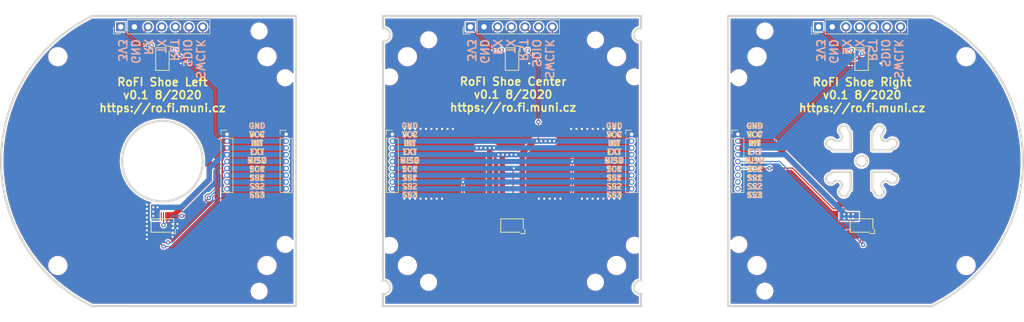
<source format=kicad_pcb>
(kicad_pcb (version 20171130) (host pcbnew 5.1.6-c6e7f7d~87~ubuntu20.04.1)
  (layers (0 F.Cu signal) (31 B.Cu signal) (34 B.Paste user) (35 F.Paste user) (36 B.SilkS user) (37 F.SilkS user) (38 B.Mask user) (39 F.Mask user) (44 Edge.Cuts user))
  (net 0 "")
  (net 1 +3V3)
  (net 2 GND)
  (net 3 VCC)
  (net 4 EXT)
  (net 5 SCK)
  (net 6 INT)
  (net 7 MISO)
  (net 8 SS3)
  (net 9 SS2)
  (net 10 SS1)
  (net 11 SWCLK1)
  (net 12 RX1)
  (net 13 TX1)
  (net 14 SWDIO1)
  (net 15 RST1)
  (net 16 SWCLK2)
  (net 17 RX2)
  (net 18 TX2)
  (net 19 SWDIO2)
  (net 20 RST2)
  (net 21 SWCLK3)
  (net 22 RX3)
  (net 23 TX3)
  (net 24 SWDIO3)
  (net 25 RST3)
  (module rofi:ThreadedHole-M2 (layer F.Cu) (at 97.98 124.23)
    (fp_text reference H19 hide)
    (fp_text value MountingHole)
    (pad "" np_thru_hole circle (at 0 0) (size 1.6 1.6) (drill 1.6) (layers *.Cu *.Mask) (clearance 0.8))
  )
  (module rofi:ThreadedHole-M2 (layer F.Cu) (at 102.83 115.52)
    (fp_text reference H18 hide)
    (fp_text value MountingHole)
    (pad "" np_thru_hole circle (at 0 0) (size 1.6 1.6) (drill 1.6) (layers *.Cu *.Mask) (clearance 0.8))
  )
  (module rofi:ThreadedHole-M2 (layer F.Cu) (at 102.83 84.48)
    (fp_text reference H17 hide)
    (fp_text value MountingHole)
    (pad "" np_thru_hole circle (at 0 0) (size 1.6 1.6) (drill 1.6) (layers *.Cu *.Mask) (clearance 0.8))
  )
  (module rofi:ThreadedHole-M2 (layer F.Cu) (at 97.98 75.78)
    (fp_text reference H16 hide)
    (fp_text value MountingHole)
    (pad "" np_thru_hole circle (at 0 0) (size 1.6 1.6) (drill 1.6) (layers *.Cu *.Mask) (clearance 0.8))
  )
  (module rofi:ThreadedHole-M2 (layer F.Cu) (at 192.02 124.22)
    (fp_text reference H15 hide)
    (fp_text value MountingHole)
    (pad "" np_thru_hole circle (at 0 0) (size 1.6 1.6) (drill 1.6) (layers *.Cu *.Mask) (clearance 0.8))
  )
  (module rofi:ThreadedHole-M2 (layer F.Cu) (at 187.17 115.53)
    (fp_text reference H14 hide)
    (fp_text value MountingHole)
    (pad "" np_thru_hole circle (at 0 0) (size 1.6 1.6) (drill 1.6) (layers *.Cu *.Mask) (clearance 0.8))
  )
  (module rofi:ThreadedHole-M2 (layer F.Cu) (at 187.17 84.48)
    (fp_text reference H13 hide)
    (fp_text value MountingHole)
    (pad "" np_thru_hole circle (at 0 0) (size 1.6 1.6) (drill 1.6) (layers *.Cu *.Mask) (clearance 0.8))
  )
  (module rofi:ThreadedHole-M2 (layer F.Cu) (at 192.02 75.77)
    (fp_text reference H12 hide)
    (fp_text value MountingHole)
    (pad "" np_thru_hole circle (at 0 0) (size 1.6 1.6) (drill 1.6) (layers *.Cu *.Mask) (clearance 0.8))
  )
  (module rofi:ThreadedHole-M2 (layer F.Cu) (at 160.51 77.43)
    (fp_text reference H11 hide)
    (fp_text value MountingHole)
    (pad "" np_thru_hole circle (at 0 0) (size 1.6 1.6) (drill 1.6) (layers *.Cu *.Mask) (clearance 0.8))
  )
  (module rofi:ThreadedHole-M2 (layer F.Cu) (at 167.75 84.32)
    (fp_text reference H10 hide)
    (fp_text value MountingHole)
    (pad "" np_thru_hole circle (at 0 0) (size 1.6 1.6) (drill 1.6) (layers *.Cu *.Mask) (clearance 0.8))
  )
  (module rofi:ThreadedHole-M2 (layer F.Cu) (at 167.75 115.68)
    (fp_text reference H9 hide)
    (fp_text value MountingHole)
    (pad "" np_thru_hole circle (at 0 0) (size 1.6 1.6) (drill 1.6) (layers *.Cu *.Mask) (clearance 0.8))
  )
  (module rofi:ThreadedHole-M2 (layer F.Cu) (at 160.51 122.56)
    (fp_text reference H8 hide)
    (fp_text value MountingHole)
    (pad "" np_thru_hole circle (at 0 0) (size 1.6 1.6) (drill 1.6) (layers *.Cu *.Mask) (clearance 0.8))
  )
  (module rofi:ThreadedHole-M2 (layer F.Cu) (at 129.49 122.57)
    (fp_text reference H7 hide)
    (fp_text value MountingHole)
    (pad "" np_thru_hole circle (at 0 0) (size 1.6 1.6) (drill 1.6) (layers *.Cu *.Mask) (clearance 0.8))
  )
  (module rofi:ThreadedHole-M2 (layer F.Cu) (at 122.24 115.69)
    (fp_text reference H6 hide)
    (fp_text value MountingHole)
    (pad "" np_thru_hole circle (at 0 0) (size 1.6 1.6) (drill 1.6) (layers *.Cu *.Mask) (clearance 0.8))
  )
  (module rofi:ThreadedHole-M2 (layer F.Cu) (at 122.26 84.32)
    (fp_text reference H5 hide)
    (fp_text value MountingHole)
    (pad "" np_thru_hole circle (at 0 0) (size 1.6 1.6) (drill 1.6) (layers *.Cu *.Mask) (clearance 0.8))
  )
  (module rofi:ThreadedHole-M2 (layer F.Cu) (at 129.51 77.41)
    (fp_text reference H4 hide)
    (fp_text value MountingHole)
    (pad "" np_thru_hole circle (at 0 0) (size 1.6 1.6) (drill 1.6) (layers *.Cu *.Mask) (clearance 0.8))
  )
  (module rofi:RoFICoM-MountingHolesThreaded (layer F.Cu) (at 210 100)
    (fp_text reference H3 hide)
    (fp_text value MountingHole)
    (pad "" np_thru_hole circle (at -19.445436 19.445436) (size 1.6 1.6) (drill 1.6) (layers *.Cu *.Mask) (clearance 1))
    (pad "" np_thru_hole circle (at 19.445436 19.445436) (size 1.6 1.6) (drill 1.6) (layers *.Cu *.Mask) (clearance 1))
    (pad "" np_thru_hole circle (at 19.445436 -19.445436) (size 1.6 1.6) (drill 1.6) (layers *.Cu *.Mask) (clearance 1))
    (pad "" np_thru_hole circle (at -19.445436 -19.445436) (size 1.6 1.6) (drill 1.6) (layers *.Cu *.Mask) (clearance 1))
  )
  (module rofi:RoFICoM-MountingHolesThreaded (layer F.Cu) (at 145 100)
    (fp_text reference H2 hide)
    (fp_text value MountingHole)
    (pad "" np_thru_hole circle (at -19.445436 19.445436) (size 1.6 1.6) (drill 1.6) (layers *.Cu *.Mask) (clearance 1))
    (pad "" np_thru_hole circle (at 19.445436 19.445436) (size 1.6 1.6) (drill 1.6) (layers *.Cu *.Mask) (clearance 1))
    (pad "" np_thru_hole circle (at 19.445436 -19.445436) (size 1.6 1.6) (drill 1.6) (layers *.Cu *.Mask) (clearance 1))
    (pad "" np_thru_hole circle (at -19.445436 -19.445436) (size 1.6 1.6) (drill 1.6) (layers *.Cu *.Mask) (clearance 1))
  )
  (module rofi:RoFICoM-MountingHolesThreaded (layer F.Cu) (at 80 100)
    (fp_text reference H1 hide)
    (fp_text value MountingHole)
    (pad "" np_thru_hole circle (at -19.445436 19.445436) (size 1.6 1.6) (drill 1.6) (layers *.Cu *.Mask) (clearance 1))
    (pad "" np_thru_hole circle (at 19.445436 19.445436) (size 1.6 1.6) (drill 1.6) (layers *.Cu *.Mask) (clearance 1))
    (pad "" np_thru_hole circle (at 19.445436 -19.445436) (size 1.6 1.6) (drill 1.6) (layers *.Cu *.Mask) (clearance 1))
    (pad "" np_thru_hole circle (at -19.445436 -19.445436) (size 1.6 1.6) (drill 1.6) (layers *.Cu *.Mask) (clearance 1))
  )
  (module Connector_PinHeader_1.27mm:PinHeader_1x09_P1.27mm_Vertical (layer F.Cu) (at 187 95)
    (fp_text reference J14 hide)
    (fp_text value OUT2)
    (pad 9 thru_hole oval (at 0 10.16) (size 1 1) (drill 0.65) (layers *.Cu *.Mask) (net 8 SS3))
    (pad 8 thru_hole oval (at 0 8.89) (size 1 1) (drill 0.65) (layers *.Cu *.Mask) (net 9 SS2))
    (pad 7 thru_hole oval (at 0 7.62) (size 1 1) (drill 0.65) (layers *.Cu *.Mask) (net 10 SS1))
    (pad 6 thru_hole oval (at 0 6.35) (size 1 1) (drill 0.65) (layers *.Cu *.Mask) (net 5 SCK))
    (pad 5 thru_hole oval (at 0 5.08) (size 1 1) (drill 0.65) (layers *.Cu *.Mask) (net 7 MISO))
    (pad 4 thru_hole oval (at 0 3.81) (size 1 1) (drill 0.65) (layers *.Cu *.Mask) (net 4 EXT))
    (pad 3 thru_hole oval (at 0 2.54) (size 1 1) (drill 0.65) (layers *.Cu *.Mask) (net 6 INT))
    (pad 2 thru_hole oval (at 0 1.27) (size 1 1) (drill 0.65) (layers *.Cu *.Mask) (net 3 VCC))
    (pad 1 thru_hole rect (at 0 0) (size 1 1) (drill 0.65) (layers *.Cu *.Mask) (net 2 GND))
  )
  (module Connector_PinHeader_1.27mm:PinHeader_1x09_P1.27mm_Vertical (layer F.Cu) (at 167.25 95)
    (fp_text reference J13 hide)
    (fp_text value OUT1)
    (pad 9 thru_hole oval (at 0 10.16) (size 1 1) (drill 0.65) (layers *.Cu *.Mask) (net 8 SS3))
    (pad 8 thru_hole oval (at 0 8.89) (size 1 1) (drill 0.65) (layers *.Cu *.Mask) (net 9 SS2))
    (pad 7 thru_hole oval (at 0 7.62) (size 1 1) (drill 0.65) (layers *.Cu *.Mask) (net 10 SS1))
    (pad 6 thru_hole oval (at 0 6.35) (size 1 1) (drill 0.65) (layers *.Cu *.Mask) (net 5 SCK))
    (pad 5 thru_hole oval (at 0 5.08) (size 1 1) (drill 0.65) (layers *.Cu *.Mask) (net 7 MISO))
    (pad 4 thru_hole oval (at 0 3.81) (size 1 1) (drill 0.65) (layers *.Cu *.Mask) (net 4 EXT))
    (pad 3 thru_hole oval (at 0 2.54) (size 1 1) (drill 0.65) (layers *.Cu *.Mask) (net 6 INT))
    (pad 2 thru_hole oval (at 0 1.27) (size 1 1) (drill 0.65) (layers *.Cu *.Mask) (net 3 VCC))
    (pad 1 thru_hole rect (at 0 0) (size 1 1) (drill 0.65) (layers *.Cu *.Mask) (net 2 GND))
  )
  (module rofi:molex-505004-0812 (layer F.Cu) (at 210 112 180)
    (fp_text reference J12 hide)
    (fp_text value RoFICoM3)
    (pad 8 smd rect (at 0.8 1.7 180) (size 0.55 1.524) (layers F.Cu F.Paste F.Mask) (net 4 EXT))
    (pad 6 smd rect (at 0.2 1.7 180) (size 0.2 1.524) (layers F.Cu F.Paste F.Mask))
    (pad 4 smd rect (at -0.2 1.7 180) (size 0.2 1.524) (layers F.Cu F.Paste F.Mask) (net 5 SCK))
    (pad 2 smd rect (at -0.8 1.7 180) (size 0.55 1.524) (layers F.Cu F.Paste F.Mask) (net 3 VCC))
    (pad 5 smd rect (at 0.2 -1.7 180) (size 0.2 1.524) (layers F.Cu F.Paste F.Mask) (net 8 SS3))
    (pad 7 smd rect (at 0.8 -1.7 180) (size 0.55 1.524) (layers F.Cu F.Paste F.Mask) (net 6 INT))
    (pad 1 smd rect (at -0.8 -1.7 180) (size 0.55 1.524) (layers F.Cu F.Paste F.Mask) (net 2 GND))
    (pad 3 smd rect (at -0.2 -1.7 180) (size 0.2 1.524) (layers F.Cu F.Paste F.Mask) (net 7 MISO))
  )
  (module rofi:molex-505004-0812 (layer F.Cu) (at 145 112 180)
    (fp_text reference J11 hide)
    (fp_text value RoFICoM2)
    (pad 8 smd rect (at 0.8 1.7 180) (size 0.55 1.524) (layers F.Cu F.Paste F.Mask) (net 4 EXT))
    (pad 6 smd rect (at 0.2 1.7 180) (size 0.2 1.524) (layers F.Cu F.Paste F.Mask))
    (pad 4 smd rect (at -0.2 1.7 180) (size 0.2 1.524) (layers F.Cu F.Paste F.Mask) (net 5 SCK))
    (pad 2 smd rect (at -0.8 1.7 180) (size 0.55 1.524) (layers F.Cu F.Paste F.Mask) (net 3 VCC))
    (pad 5 smd rect (at 0.2 -1.7 180) (size 0.2 1.524) (layers F.Cu F.Paste F.Mask) (net 9 SS2))
    (pad 7 smd rect (at 0.8 -1.7 180) (size 0.55 1.524) (layers F.Cu F.Paste F.Mask) (net 6 INT))
    (pad 1 smd rect (at -0.8 -1.7 180) (size 0.55 1.524) (layers F.Cu F.Paste F.Mask) (net 2 GND))
    (pad 3 smd rect (at -0.2 -1.7 180) (size 0.2 1.524) (layers F.Cu F.Paste F.Mask) (net 7 MISO))
  )
  (module Connector_PinHeader_2.54mm:PinHeader_1x07_P2.54mm_Vertical (layer F.Cu) (at 202 75 90)
    (fp_text reference J9 hide)
    (fp_text value DBG3)
    (pad 7 thru_hole oval (at 0 15.24 90) (size 1.7 1.7) (drill 1) (layers *.Cu *.Mask) (net 21 SWCLK3))
    (pad 6 thru_hole oval (at 0 12.7 90) (size 1.7 1.7) (drill 1) (layers *.Cu *.Mask) (net 24 SWDIO3))
    (pad 5 thru_hole oval (at 0 10.16 90) (size 1.7 1.7) (drill 1) (layers *.Cu *.Mask) (net 25 RST3))
    (pad 4 thru_hole oval (at 0 7.62 90) (size 1.7 1.7) (drill 1) (layers *.Cu *.Mask) (net 23 TX3))
    (pad 3 thru_hole oval (at 0 5.08 90) (size 1.7 1.7) (drill 1) (layers *.Cu *.Mask) (net 22 RX3))
    (pad 2 thru_hole oval (at 0 2.54 90) (size 1.7 1.7) (drill 1) (layers *.Cu *.Mask) (net 2 GND))
    (pad 1 thru_hole rect (at 0 0 90) (size 1.7 1.7) (drill 1) (layers *.Cu *.Mask) (net 1 +3V3))
  )
  (module Connector_PinHeader_2.54mm:PinHeader_1x07_P2.54mm_Vertical (layer F.Cu) (at 137.25 75 90)
    (fp_text reference J8 hide)
    (fp_text value DBG2)
    (pad 7 thru_hole oval (at 0 15.24 90) (size 1.7 1.7) (drill 1) (layers *.Cu *.Mask) (net 16 SWCLK2))
    (pad 6 thru_hole oval (at 0 12.7 90) (size 1.7 1.7) (drill 1) (layers *.Cu *.Mask) (net 19 SWDIO2))
    (pad 5 thru_hole oval (at 0 10.16 90) (size 1.7 1.7) (drill 1) (layers *.Cu *.Mask) (net 20 RST2))
    (pad 4 thru_hole oval (at 0 7.62 90) (size 1.7 1.7) (drill 1) (layers *.Cu *.Mask) (net 18 TX2))
    (pad 3 thru_hole oval (at 0 5.08 90) (size 1.7 1.7) (drill 1) (layers *.Cu *.Mask) (net 17 RX2))
    (pad 2 thru_hole oval (at 0 2.54 90) (size 1.7 1.7) (drill 1) (layers *.Cu *.Mask) (net 2 GND))
    (pad 1 thru_hole rect (at 0 0 90) (size 1.7 1.7) (drill 1) (layers *.Cu *.Mask) (net 1 +3V3))
  )
  (module Connector_PinHeader_2.54mm:PinHeader_1x07_P2.54mm_Vertical (layer F.Cu) (at 72.25 75 90)
    (fp_text reference J7 hide)
    (fp_text value DBG1)
    (pad 7 thru_hole oval (at 0 15.24 90) (size 1.7 1.7) (drill 1) (layers *.Cu *.Mask) (net 11 SWCLK1))
    (pad 6 thru_hole oval (at 0 12.7 90) (size 1.7 1.7) (drill 1) (layers *.Cu *.Mask) (net 14 SWDIO1))
    (pad 5 thru_hole oval (at 0 10.16 90) (size 1.7 1.7) (drill 1) (layers *.Cu *.Mask) (net 15 RST1))
    (pad 4 thru_hole oval (at 0 7.62 90) (size 1.7 1.7) (drill 1) (layers *.Cu *.Mask) (net 13 TX1))
    (pad 3 thru_hole oval (at 0 5.08 90) (size 1.7 1.7) (drill 1) (layers *.Cu *.Mask) (net 12 RX1))
    (pad 2 thru_hole oval (at 0 2.54 90) (size 1.7 1.7) (drill 1) (layers *.Cu *.Mask) (net 2 GND))
    (pad 1 thru_hole rect (at 0 0 90) (size 1.7 1.7) (drill 1) (layers *.Cu *.Mask) (net 1 +3V3))
  )
  (module rofi:molex-505004-0812 (layer F.Cu) (at 210 81 270)
    (fp_text reference J6 hide)
    (fp_text value RoFICoM-debug3)
    (pad 8 smd rect (at 0.8 1.7 270) (size 0.55 1.524) (layers F.Cu F.Paste F.Mask) (net 21 SWCLK3))
    (pad 6 smd rect (at 0.2 1.7 270) (size 0.2 1.524) (layers F.Cu F.Paste F.Mask) (net 22 RX3))
    (pad 4 smd rect (at -0.2 1.7 270) (size 0.2 1.524) (layers F.Cu F.Paste F.Mask) (net 23 TX3))
    (pad 2 smd rect (at -0.8 1.7 270) (size 0.55 1.524) (layers F.Cu F.Paste F.Mask) (net 1 +3V3))
    (pad 5 smd rect (at 0.2 -1.7 270) (size 0.2 1.524) (layers F.Cu F.Paste F.Mask) (net 24 SWDIO3))
    (pad 7 smd rect (at 0.8 -1.7 270) (size 0.55 1.524) (layers F.Cu F.Paste F.Mask) (net 2 GND))
    (pad 1 smd rect (at -0.8 -1.7 270) (size 0.55 1.524) (layers F.Cu F.Paste F.Mask) (net 3 VCC))
    (pad 3 smd rect (at -0.2 -1.7 270) (size 0.2 1.524) (layers F.Cu F.Paste F.Mask) (net 25 RST3))
  )
  (module rofi:molex-505004-0812 (layer F.Cu) (at 80 112 180)
    (fp_text reference J10 hide)
    (fp_text value RoFICoM1)
    (pad 8 smd rect (at 0.8 1.7 180) (size 0.55 1.524) (layers F.Cu F.Paste F.Mask) (net 4 EXT))
    (pad 6 smd rect (at 0.2 1.7 180) (size 0.2 1.524) (layers F.Cu F.Paste F.Mask))
    (pad 4 smd rect (at -0.2 1.7 180) (size 0.2 1.524) (layers F.Cu F.Paste F.Mask) (net 5 SCK))
    (pad 2 smd rect (at -0.8 1.7 180) (size 0.55 1.524) (layers F.Cu F.Paste F.Mask) (net 3 VCC))
    (pad 5 smd rect (at 0.2 -1.7 180) (size 0.2 1.524) (layers F.Cu F.Paste F.Mask) (net 10 SS1))
    (pad 7 smd rect (at 0.8 -1.7 180) (size 0.55 1.524) (layers F.Cu F.Paste F.Mask) (net 6 INT))
    (pad 1 smd rect (at -0.8 -1.7 180) (size 0.55 1.524) (layers F.Cu F.Paste F.Mask) (net 2 GND))
    (pad 3 smd rect (at -0.2 -1.7 180) (size 0.2 1.524) (layers F.Cu F.Paste F.Mask) (net 7 MISO))
  )
  (module rofi:molex-505004-0812 (layer F.Cu) (at 145 81 270)
    (fp_text reference J5 hide)
    (fp_text value RoFICoM-debug2)
    (pad 8 smd rect (at 0.8 1.7 270) (size 0.55 1.524) (layers F.Cu F.Paste F.Mask) (net 16 SWCLK2))
    (pad 6 smd rect (at 0.2 1.7 270) (size 0.2 1.524) (layers F.Cu F.Paste F.Mask) (net 17 RX2))
    (pad 4 smd rect (at -0.2 1.7 270) (size 0.2 1.524) (layers F.Cu F.Paste F.Mask) (net 18 TX2))
    (pad 2 smd rect (at -0.8 1.7 270) (size 0.55 1.524) (layers F.Cu F.Paste F.Mask) (net 1 +3V3))
    (pad 5 smd rect (at 0.2 -1.7 270) (size 0.2 1.524) (layers F.Cu F.Paste F.Mask) (net 19 SWDIO2))
    (pad 7 smd rect (at 0.8 -1.7 270) (size 0.55 1.524) (layers F.Cu F.Paste F.Mask) (net 2 GND))
    (pad 1 smd rect (at -0.8 -1.7 270) (size 0.55 1.524) (layers F.Cu F.Paste F.Mask) (net 3 VCC))
    (pad 3 smd rect (at -0.2 -1.7 270) (size 0.2 1.524) (layers F.Cu F.Paste F.Mask) (net 20 RST2))
  )
  (module rofi:molex-505004-0812 (layer F.Cu) (at 80 81 270)
    (fp_text reference J4 hide)
    (fp_text value RoFICoM-debug1)
    (pad 8 smd rect (at 0.8 1.7 270) (size 0.55 1.524) (layers F.Cu F.Paste F.Mask) (net 11 SWCLK1))
    (pad 6 smd rect (at 0.2 1.7 270) (size 0.2 1.524) (layers F.Cu F.Paste F.Mask) (net 12 RX1))
    (pad 4 smd rect (at -0.2 1.7 270) (size 0.2 1.524) (layers F.Cu F.Paste F.Mask) (net 13 TX1))
    (pad 2 smd rect (at -0.8 1.7 270) (size 0.55 1.524) (layers F.Cu F.Paste F.Mask) (net 1 +3V3))
    (pad 5 smd rect (at 0.2 -1.7 270) (size 0.2 1.524) (layers F.Cu F.Paste F.Mask) (net 14 SWDIO1))
    (pad 7 smd rect (at 0.8 -1.7 270) (size 0.55 1.524) (layers F.Cu F.Paste F.Mask) (net 2 GND))
    (pad 1 smd rect (at -0.8 -1.7 270) (size 0.55 1.524) (layers F.Cu F.Paste F.Mask) (net 3 VCC))
    (pad 3 smd rect (at -0.2 -1.7 270) (size 0.2 1.524) (layers F.Cu F.Paste F.Mask) (net 15 RST1))
  )
  (module Connector_PinHeader_1.27mm:PinHeader_1x09_P1.27mm_Vertical (layer F.Cu) (at 122.75 95)
    (fp_text reference J3 hide)
    (fp_text value IN3)
    (pad 9 thru_hole oval (at 0 10.16) (size 1 1) (drill 0.65) (layers *.Cu *.Mask) (net 8 SS3))
    (pad 8 thru_hole oval (at 0 8.89) (size 1 1) (drill 0.65) (layers *.Cu *.Mask) (net 9 SS2))
    (pad 7 thru_hole oval (at 0 7.62) (size 1 1) (drill 0.65) (layers *.Cu *.Mask) (net 10 SS1))
    (pad 6 thru_hole oval (at 0 6.35) (size 1 1) (drill 0.65) (layers *.Cu *.Mask) (net 5 SCK))
    (pad 5 thru_hole oval (at 0 5.08) (size 1 1) (drill 0.65) (layers *.Cu *.Mask) (net 7 MISO))
    (pad 4 thru_hole oval (at 0 3.81) (size 1 1) (drill 0.65) (layers *.Cu *.Mask) (net 4 EXT))
    (pad 3 thru_hole oval (at 0 2.54) (size 1 1) (drill 0.65) (layers *.Cu *.Mask) (net 6 INT))
    (pad 2 thru_hole oval (at 0 1.27) (size 1 1) (drill 0.65) (layers *.Cu *.Mask) (net 3 VCC))
    (pad 1 thru_hole rect (at 0 0) (size 1 1) (drill 0.65) (layers *.Cu *.Mask) (net 2 GND))
  )
  (module Connector_PinHeader_1.27mm:PinHeader_1x09_P1.27mm_Vertical (layer F.Cu) (at 103 95)
    (fp_text reference J2 hide)
    (fp_text value IN2)
    (pad 9 thru_hole oval (at 0 10.16) (size 1 1) (drill 0.65) (layers *.Cu *.Mask) (net 8 SS3))
    (pad 8 thru_hole oval (at 0 8.89) (size 1 1) (drill 0.65) (layers *.Cu *.Mask) (net 9 SS2))
    (pad 7 thru_hole oval (at 0 7.62) (size 1 1) (drill 0.65) (layers *.Cu *.Mask) (net 10 SS1))
    (pad 6 thru_hole oval (at 0 6.35) (size 1 1) (drill 0.65) (layers *.Cu *.Mask) (net 5 SCK))
    (pad 5 thru_hole oval (at 0 5.08) (size 1 1) (drill 0.65) (layers *.Cu *.Mask) (net 7 MISO))
    (pad 4 thru_hole oval (at 0 3.81) (size 1 1) (drill 0.65) (layers *.Cu *.Mask) (net 4 EXT))
    (pad 3 thru_hole oval (at 0 2.54) (size 1 1) (drill 0.65) (layers *.Cu *.Mask) (net 6 INT))
    (pad 2 thru_hole oval (at 0 1.27) (size 1 1) (drill 0.65) (layers *.Cu *.Mask) (net 3 VCC))
    (pad 1 thru_hole rect (at 0 0) (size 1 1) (drill 0.65) (layers *.Cu *.Mask) (net 2 GND))
  )
  (module Connector_PinHeader_1.27mm:PinHeader_1x09_P1.27mm_Vertical (layer F.Cu) (at 92 95)
    (fp_text reference J1 hide)
    (fp_text value INPUT)
    (pad 9 thru_hole oval (at 0 10.16) (size 1 1) (drill 0.65) (layers *.Cu *.Mask) (net 8 SS3))
    (pad 8 thru_hole oval (at 0 8.89) (size 1 1) (drill 0.65) (layers *.Cu *.Mask) (net 9 SS2))
    (pad 7 thru_hole oval (at 0 7.62) (size 1 1) (drill 0.65) (layers *.Cu *.Mask) (net 10 SS1))
    (pad 6 thru_hole oval (at 0 6.35) (size 1 1) (drill 0.65) (layers *.Cu *.Mask) (net 5 SCK))
    (pad 5 thru_hole oval (at 0 5.08) (size 1 1) (drill 0.65) (layers *.Cu *.Mask) (net 7 MISO))
    (pad 4 thru_hole oval (at 0 3.81) (size 1 1) (drill 0.65) (layers *.Cu *.Mask) (net 4 EXT))
    (pad 3 thru_hole oval (at 0 2.54) (size 1 1) (drill 0.65) (layers *.Cu *.Mask) (net 6 INT))
    (pad 2 thru_hole oval (at 0 1.27) (size 1 1) (drill 0.65) (layers *.Cu *.Mask) (net 3 VCC))
    (pad 1 thru_hole rect (at 0 0) (size 1 1) (drill 0.65) (layers *.Cu *.Mask) (net 2 GND))
  )
  (gr_line (start 212.48844 93.976364) (end 212.462021 94.092052) (layer Edge.Cuts) (width 0.15))
  (gr_line (start 215.906155 102.447868) (end 216.006367 102.469761) (layer Edge.Cuts) (width 0.15))
  (gr_line (start 213.867604 105.028687) (end 213.958177 105.139475) (layer Edge.Cuts) (width 0.15))
  (gr_line (start 215.1 103.9) (end 215.157594 103.939157) (layer Edge.Cuts) (width 0.15))
  (gr_line (start 213.9 94.9) (end 213.957747 94.825412) (layer Edge.Cuts) (width 0.15))
  (gr_line (start 215.083056 96.082958) (end 215.158065 96.024831) (layer Edge.Cuts) (width 0.15))
  (gr_line (start 204.818535 103.96153) (end 204.843598 103.939658) (layer Edge.Cuts) (width 0.15))
  (gr_line (start 204.095346 97.516522) (end 203.994988 97.49458) (layer Edge.Cuts) (width 0.15))
  (gr_line (start 206.112686 94.887355) (end 206.043419 94.824943) (layer Edge.Cuts) (width 0.15))
  (gr_line (start 207.530566 105.90445) (end 207.474375 106.088208) (layer Edge.Cuts) (width 0.15))
  (gr_text "RoFI Shoe Right\nv0.1 8/2020\nhttps://ro.fi.muni.cz" (at 210.1 87.7) (layer F.SilkS) (effects (font (size 1.5 1.5) (thickness 0.3))))
  (gr_text "RoFI Shoe Center\nv0.1 8/2020\nhttps://ro.fi.muni.cz" (at 145.2 87.6) (layer F.SilkS) (effects (font (size 1.5 1.5) (thickness 0.3))))
  (gr_text "RoFI Shoe Left\nv0.1 8/2020\nhttps://ro.fi.muni.cz" (at 80 87.7) (layer F.SilkS) (effects (font (size 1.5 1.5) (thickness 0.3))))
  (gr_text "SWCLK\nSDIO\nRST\nTX\nRX\nGND\n3V3" (at 79.8 77.1 270) (layer B.SilkS) (effects (font (size 1.5 1.5) (thickness 0.3)) (justify right mirror)))
  (gr_text "SWCLK\nSDIO\nRST\nTX\nRX\nGND\n3V3" (at 144.7 77.1 270) (layer B.SilkS) (effects (font (size 1.5 1.5) (thickness 0.3)) (justify right mirror)))
  (gr_text "SWCLK\nSDIO\nRST\nTX\nRX\nGND\n3V3" (at 209.6 77.1 270) (layer B.SilkS) (effects (font (size 1.5 1.5) (thickness 0.3)) (justify right mirror)))
  (gr_text "GND\nVCC\nINT\nEXT\nMISO\nSCK\nSS1\nSS2\nSS3" (at 190.2 99.9) (layer B.SilkS) (effects (font (size 1 1) (thickness 0.25)) (justify mirror)))
  (gr_text "GND\nVCC\nINT\nEXT\nMISO\nSCK\nSS1\nSS2\nSS3" (at 164 99.9) (layer B.SilkS) (effects (font (size 1 1) (thickness 0.25)) (justify mirror)))
  (gr_text "GND\nVCC\nINT\nEXT\nMISO\nSCK\nSS1\nSS2\nSS3" (at 126 99.9) (layer B.SilkS) (effects (font (size 1 1) (thickness 0.25)) (justify mirror)))
  (gr_text "GND\nVCC\nINT\nEXT\nMISO\nSCK\nSS1\nSS2\nSS3" (at 97.6 99.9) (layer B.SilkS) (effects (font (size 1 1) (thickness 0.25)) (justify mirror)))
  (gr_text "GND\nVCC\nINT\nEXT\nMISO\nSCK\nSS1\nSS2\nSS3" (at 190.1 99.9) (layer F.SilkS) (effects (font (size 1 1) (thickness 0.25))))
  (gr_text "GND\nVCC\nINT\nEXT\nMISO\nSCK\nSS1\nSS2\nSS3" (at 164 99.9) (layer F.SilkS) (effects (font (size 1 1) (thickness 0.25))))
  (gr_text "GND\nVCC\nINT\nEXT\nMISO\nSCK\nSS1\nSS2\nSS3" (at 126 99.9) (layer F.SilkS) (effects (font (size 1 1) (thickness 0.25))))
  (gr_text "GND\nVCC\nINT\nEXT\nMISO\nSCK\nSS1\nSS2\nSS3" (at 97.6 99.9) (layer F.SilkS) (effects (font (size 1 1) (thickness 0.25))))
  (gr_arc (start 121.131838 123.5) (end 121.000002 124.743028) (angle -192.1) (layer Edge.Cuts) (width 0.4))
  (gr_arc (start 121.131838 76.5) (end 121.000002 77.743028) (angle -192.1) (layer Edge.Cuts) (width 0.4))
  (gr_line (start 185.2 126.999999) (end 185.2 93) (layer Edge.Cuts) (width 0.4))
  (gr_line (start 208 98) (end 207.999495 94.620447) (layer Edge.Cuts) (width 0.4))
  (gr_arc (start 208.356444 106.119021) (end 208 105.343738) (angle -50.74491647) (layer Edge.Cuts) (width 0.4))
  (gr_arc (start 206.685174 94.239381) (end 207.513355 93.976992) (angle -204.7989916) (layer Edge.Cuts) (width 0.4))
  (gr_line (start 223.076697 127) (end 185.2 126.999999) (layer Edge.Cuts) (width 0.4))
  (gr_line (start 212 94.62141) (end 212.000001 98) (layer Edge.Cuts) (width 0.4))
  (gr_arc (start 204.257969 96.666586) (end 204.844001 96.02526) (angle -204.800015) (layer Edge.Cuts) (width 0.4))
  (gr_arc (start 205.508339 104.474667) (end 206.043848 105.139005) (angle -192.3) (layer Edge.Cuts) (width 0.4))
  (gr_arc (start 214.493257 95.48975) (end 213.9 94.9) (angle -179.665043) (layer Edge.Cuts) (width 0.4))
  (gr_arc (start 211.645152 106.119021) (end 212.48824 105.987425) (angle -56.6) (layer Edge.Cuts) (width 0.4))
  (gr_line (start 215.370369 102) (end 212.000001 102) (layer Edge.Cuts) (width 0.4))
  (gr_arc (start 216.137611 98.337855) (end 216.006015 97.494767) (angle -57.8) (layer Edge.Cuts) (width 0.4))
  (gr_circle (center 210 100) (end 211 100) (layer Edge.Cuts) (width 0.4))
  (gr_line (start 204.647547 98.000001) (end 208 98) (layer Edge.Cuts) (width 0.4))
  (gr_arc (start 214.493257 104.474667) (end 215.1 103.9) (angle -178.0803355) (layer Edge.Cuts) (width 0.4))
  (gr_line (start 185.2 93) (end 185.2 73) (layer Edge.Cuts) (width 0.4))
  (gr_arc (start 206.685174 105.725036) (end 206.043848 105.139005) (angle -197.7096604) (layer Edge.Cuts) (width 0.4))
  (gr_arc (start 203.863984 101.626562) (end 203.995581 102.46965) (angle -55.2) (layer Edge.Cuts) (width 0.4))
  (gr_arc (start 215.743626 103.297831) (end 215.157594 103.939157) (angle -204.8166065) (layer Edge.Cuts) (width 0.4))
  (gr_arc (start 204.257969 103.297831) (end 203.995581 102.46965) (angle -202.6052511) (layer Edge.Cuts) (width 0.4))
  (gr_line (start 208 105.343738) (end 208 102) (layer Edge.Cuts) (width 0.4))
  (gr_arc (start 211.645152 93.845396) (end 212 94.62141) (angle -48.62495361) (layer Edge.Cuts) (width 0.4))
  (gr_arc (start 205.508339 95.48975) (end 204.844001 96.02526) (angle -186.0357059) (layer Edge.Cuts) (width 0.4))
  (gr_arc (start 215.743626 96.666586) (end 216.006015 97.494767) (angle -204.7989577) (layer Edge.Cuts) (width 0.4))
  (gr_arc (start 208.356444 93.845396) (end 207.513355 93.976992) (angle -56.4) (layer Edge.Cuts) (width 0.4))
  (gr_arc (start 213.316421 105.725036) (end 212.48824 105.987425) (angle -204.7988984) (layer Edge.Cuts) (width 0.4))
  (gr_arc (start 203.863984 98.337855) (end 204.647547 98.000001) (angle -50.94339001) (layer Edge.Cuts) (width 0.4))
  (gr_line (start 208 102) (end 204.631389 101.999663) (layer Edge.Cuts) (width 0.4))
  (gr_line (start 212.000001 98) (end 215.354071 97.999949) (layer Edge.Cuts) (width 0.4))
  (gr_arc (start 216.137611 101.626562) (end 215.370369 102) (angle -48.3079054) (layer Edge.Cuts) (width 0.4))
  (gr_line (start 212.000001 102) (end 211.999393 105.34273) (layer Edge.Cuts) (width 0.4))
  (gr_arc (start 210 100) (end 223.076697 127) (angle -128.3) (layer Edge.Cuts) (width 0.4))
  (gr_line (start 185.2 73) (end 223.084299 73.003683) (layer Edge.Cuts) (width 0.4))
  (gr_arc (start 213.316421 94.239381) (end 213.957747 94.825412) (angle -204.7974322) (layer Edge.Cuts) (width 0.4))
  (gr_arc (start 168.868164 123.5) (end 169 122.256972) (angle -192.1) (layer Edge.Cuts) (width 0.4))
  (gr_line (start 121.000001 73) (end 121.000183 75.256953) (layer Edge.Cuts) (width 0.4))
  (gr_line (start 169 122.256972) (end 168.999819 77.743047) (layer Edge.Cuts) (width 0.4))
  (gr_line (start 169 73) (end 121.000001 73) (layer Edge.Cuts) (width 0.4))
  (gr_line (start 121.000001 127) (end 169 127) (layer Edge.Cuts) (width 0.4))
  (gr_line (start 169 127) (end 168.999819 124.743047) (layer Edge.Cuts) (width 0.4))
  (gr_line (start 169 75.256972) (end 169 73) (layer Edge.Cuts) (width 0.4))
  (gr_arc (start 168.868164 76.5) (end 169 75.256972) (angle -192.1) (layer Edge.Cuts) (width 0.4))
  (gr_line (start 121.000002 77.743028) (end 121.000183 122.256953) (layer Edge.Cuts) (width 0.4))
  (gr_line (start 121.000002 124.743028) (end 121.000001 127) (layer Edge.Cuts) (width 0.4))
  (gr_line (start 104.8 127) (end 66.915701 126.996317) (layer Edge.Cuts) (width 0.4))
  (gr_line (start 66.923303 73) (end 104.8 73) (layer Edge.Cuts) (width 0.4))
  (gr_line (start 104.8 73) (end 104.8 127) (layer Edge.Cuts) (width 0.4))
  (gr_circle (center 80 100) (end 87.5 100) (layer Edge.Cuts) (width 0.4))
  (gr_arc (start 80 100) (end 66.923303 73) (angle -128.3) (layer Edge.Cuts) (width 0.4))
  (segment (start 78.3 78.7) (end 78 78.4) (width 0.2) (layer F.Cu) (net 1))
  (via (at 78 78.4) (size 0.8) (drill 0.4) (layers F.Cu B.Cu) (net 1))
  (segment (start 78.3 80.2) (end 78.3 78.7) (width 0.2) (layer F.Cu) (net 1))
  (segment (start 75.65 78.4) (end 72.25 75) (width 0.2) (layer B.Cu) (net 1))
  (segment (start 78 78.4) (end 75.65 78.4) (width 0.2) (layer B.Cu) (net 1))
  (segment (start 143.3 79.5) (end 143.1 79.3) (width 0.2) (layer F.Cu) (net 1))
  (via (at 143.1 79.3) (size 0.8) (drill 0.4) (layers F.Cu B.Cu) (net 1))
  (segment (start 143.3 80.2) (end 143.3 79.5) (width 0.2) (layer F.Cu) (net 1))
  (segment (start 141.55 79.3) (end 137.25 75) (width 0.2) (layer B.Cu) (net 1))
  (segment (start 143.1 79.3) (end 141.55 79.3) (width 0.2) (layer B.Cu) (net 1))
  (via (at 208.2 79.3) (size 0.8) (drill 0.4) (layers F.Cu B.Cu) (net 1))
  (segment (start 208.3 79.4) (end 208.2 79.3) (width 0.2) (layer F.Cu) (net 1))
  (segment (start 208.3 80.2) (end 208.3 79.4) (width 0.2) (layer F.Cu) (net 1))
  (segment (start 206.3 79.3) (end 202 75) (width 0.2) (layer B.Cu) (net 1))
  (segment (start 208.2 79.3) (end 206.3 79.3) (width 0.2) (layer B.Cu) (net 1))
  (segment (start 92 95) (end 103 95) (width 1) (layer B.Cu) (net 2))
  (via (at 83.4 81.8) (size 0.8) (drill 0.4) (layers F.Cu B.Cu) (net 2))
  (segment (start 77.750001 76.150001) (end 83.4 81.8) (width 0.2) (layer B.Cu) (net 2))
  (segment (start 74.79 75) (end 75.940001 76.150001) (width 0.2) (layer B.Cu) (net 2))
  (segment (start 75.940001 76.150001) (end 77.750001 76.150001) (width 0.2) (layer B.Cu) (net 2))
  (segment (start 83.4 81.8) (end 81.7 81.8) (width 0.2) (layer F.Cu) (net 2))
  (via (at 148.2 81.8) (size 0.8) (drill 0.4) (layers F.Cu B.Cu) (net 2))
  (segment (start 139.79 75) (end 146.59 81.8) (width 0.2) (layer B.Cu) (net 2))
  (segment (start 146.59 81.8) (end 148.2 81.8) (width 0.2) (layer B.Cu) (net 2))
  (segment (start 148.2 81.8) (end 146.7 81.8) (width 0.2) (layer F.Cu) (net 2))
  (via (at 213.5 81.8) (size 0.8) (drill 0.4) (layers F.Cu B.Cu) (net 2))
  (segment (start 213.5 81.8) (end 211.7 81.8) (width 0.2) (layer F.Cu) (net 2))
  (segment (start 204.54 75) (end 205.364 75) (width 0.2) (layer B.Cu) (net 2))
  (segment (start 205.364 75) (end 209.663999 79.299999) (width 0.2) (layer B.Cu) (net 2))
  (segment (start 209.663999 79.299999) (end 210.999999 79.299999) (width 0.2) (layer B.Cu) (net 2))
  (segment (start 210.999999 79.299999) (end 213.5 81.8) (width 0.2) (layer B.Cu) (net 2))
  (via (at 81.9 114.1) (size 0.8) (drill 0.4) (layers F.Cu B.Cu) (net 2))
  (via (at 81.9 113.3) (size 0.8) (drill 0.4) (layers F.Cu B.Cu) (net 2))
  (via (at 81.9 112.5) (size 0.8) (drill 0.4) (layers F.Cu B.Cu) (net 2))
  (via (at 81.9 111.7) (size 0.8) (drill 0.4) (layers F.Cu B.Cu) (net 2))
  (via (at 82.8 112.5) (size 0.8) (drill 0.4) (layers F.Cu B.Cu) (net 2))
  (via (at 82.8 111.7) (size 0.8) (drill 0.4) (layers F.Cu B.Cu) (net 2))
  (via (at 77.1 108.1) (size 0.8) (drill 0.4) (layers F.Cu B.Cu) (net 2))
  (via (at 77.1 108.9) (size 0.8) (drill 0.4) (layers F.Cu B.Cu) (net 2))
  (via (at 77.1 109.7) (size 0.8) (drill 0.4) (layers F.Cu B.Cu) (net 2))
  (via (at 77.1 112.1) (size 0.8) (drill 0.4) (layers F.Cu B.Cu) (net 2))
  (via (at 77.1 111.3) (size 0.8) (drill 0.4) (layers F.Cu B.Cu) (net 2))
  (via (at 77.1 110.5) (size 0.8) (drill 0.4) (layers F.Cu B.Cu) (net 2))
  (via (at 77.1 114.5) (size 0.8) (drill 0.4) (layers F.Cu B.Cu) (net 2))
  (via (at 77.1 112.9) (size 0.8) (drill 0.4) (layers F.Cu B.Cu) (net 2))
  (via (at 77.1 113.7) (size 0.8) (drill 0.4) (layers F.Cu B.Cu) (net 2))
  (segment (start 122.75 95) (end 167.25 95) (width 1) (layer B.Cu) (net 2))
  (via (at 125 94) (size 0.8) (drill 0.4) (layers F.Cu B.Cu) (net 2))
  (via (at 126 94) (size 0.8) (drill 0.4) (layers F.Cu B.Cu) (net 2))
  (via (at 127 94) (size 0.8) (drill 0.4) (layers F.Cu B.Cu) (net 2))
  (via (at 128 94) (size 0.8) (drill 0.4) (layers F.Cu B.Cu) (net 2))
  (via (at 129 94) (size 0.8) (drill 0.4) (layers F.Cu B.Cu) (net 2))
  (via (at 130 94) (size 0.8) (drill 0.4) (layers F.Cu B.Cu) (net 2))
  (via (at 131 94) (size 0.8) (drill 0.4) (layers F.Cu B.Cu) (net 2))
  (via (at 132 94) (size 0.8) (drill 0.4) (layers F.Cu B.Cu) (net 2))
  (via (at 133 94) (size 0.8) (drill 0.4) (layers F.Cu B.Cu) (net 2))
  (via (at 134 94) (size 0.8) (drill 0.4) (layers F.Cu B.Cu) (net 2))
  (via (at 165 94) (size 0.8) (drill 0.4) (layers F.Cu B.Cu) (net 2))
  (via (at 159 94) (size 0.8) (drill 0.4) (layers F.Cu B.Cu) (net 2))
  (via (at 160 94) (size 0.8) (drill 0.4) (layers F.Cu B.Cu) (net 2))
  (via (at 163 94) (size 0.8) (drill 0.4) (layers F.Cu B.Cu) (net 2))
  (via (at 156 94) (size 0.8) (drill 0.4) (layers F.Cu B.Cu) (net 2))
  (via (at 162 94) (size 0.8) (drill 0.4) (layers F.Cu B.Cu) (net 2))
  (via (at 157 94) (size 0.8) (drill 0.4) (layers F.Cu B.Cu) (net 2))
  (via (at 158 94) (size 0.8) (drill 0.4) (layers F.Cu B.Cu) (net 2))
  (via (at 161 94) (size 0.8) (drill 0.4) (layers F.Cu B.Cu) (net 2))
  (via (at 164 94) (size 0.8) (drill 0.4) (layers F.Cu B.Cu) (net 2))
  (via (at 159 107) (size 0.8) (drill 0.4) (layers F.Cu B.Cu) (net 2))
  (via (at 163 107) (size 0.8) (drill 0.4) (layers F.Cu B.Cu) (net 2))
  (via (at 165 107) (size 0.8) (drill 0.4) (layers F.Cu B.Cu) (net 2))
  (via (at 162 107) (size 0.8) (drill 0.4) (layers F.Cu B.Cu) (net 2))
  (via (at 160 107) (size 0.8) (drill 0.4) (layers F.Cu B.Cu) (net 2))
  (via (at 161 107) (size 0.8) (drill 0.4) (layers F.Cu B.Cu) (net 2))
  (via (at 164 107) (size 0.8) (drill 0.4) (layers F.Cu B.Cu) (net 2))
  (via (at 158 107) (size 0.8) (drill 0.4) (layers F.Cu B.Cu) (net 2))
  (via (at 151 107) (size 0.8) (drill 0.4) (layers F.Cu B.Cu) (net 2))
  (via (at 154 107) (size 0.8) (drill 0.4) (layers F.Cu B.Cu) (net 2))
  (via (at 150 107) (size 0.8) (drill 0.4) (layers F.Cu B.Cu) (net 2))
  (via (at 152 107) (size 0.8) (drill 0.4) (layers F.Cu B.Cu) (net 2))
  (via (at 153 107) (size 0.8) (drill 0.4) (layers F.Cu B.Cu) (net 2))
  (via (at 126 107) (size 0.8) (drill 0.4) (layers F.Cu B.Cu) (net 2))
  (via (at 131 107) (size 0.8) (drill 0.4) (layers F.Cu B.Cu) (net 2))
  (via (at 129 107) (size 0.8) (drill 0.4) (layers F.Cu B.Cu) (net 2))
  (via (at 130 107) (size 0.8) (drill 0.4) (layers F.Cu B.Cu) (net 2))
  (via (at 125 107) (size 0.8) (drill 0.4) (layers F.Cu B.Cu) (net 2))
  (via (at 132 107) (size 0.8) (drill 0.4) (layers F.Cu B.Cu) (net 2))
  (via (at 127 107) (size 0.8) (drill 0.4) (layers F.Cu B.Cu) (net 2))
  (via (at 128 107) (size 0.8) (drill 0.4) (layers F.Cu B.Cu) (net 2))
  (segment (start 103 96.27) (end 92 96.27) (width 1) (layer B.Cu) (net 3))
  (segment (start 147 80.2) (end 147.9 79.3) (width 0.2) (layer F.Cu) (net 3))
  (segment (start 146.7 80.2) (end 147 80.2) (width 0.2) (layer F.Cu) (net 3))
  (via (at 147.9 79.3) (size 0.8) (drill 0.4) (layers F.Cu B.Cu) (net 3))
  (segment (start 147.9 79.3) (end 149.9 81.3) (width 0.2) (layer B.Cu) (net 3))
  (via (at 149.9 92.7) (size 0.8) (drill 0.4) (layers F.Cu B.Cu) (net 3))
  (segment (start 149.9 81.3) (end 149.9 92.7) (width 0.2) (layer B.Cu) (net 3))
  (via (at 149.63 96.27) (size 0.8) (drill 0.4) (layers F.Cu B.Cu) (net 3))
  (segment (start 149.9 96) (end 149.63 96.27) (width 0.2) (layer F.Cu) (net 3))
  (segment (start 149.9 92.7) (end 149.9 96) (width 0.2) (layer F.Cu) (net 3))
  (segment (start 167.25 96.27) (end 152.83 96.27) (width 1) (layer B.Cu) (net 3))
  (via (at 82.5 79.4) (size 0.8) (drill 0.4) (layers F.Cu B.Cu) (net 3))
  (segment (start 81.7 80.2) (end 82.5 79.4) (width 0.2) (layer F.Cu) (net 3))
  (segment (start 82.5 79.4) (end 89.9 86.8) (width 0.2) (layer B.Cu) (net 3))
  (segment (start 91.292894 96.27) (end 92 96.27) (width 0.2) (layer B.Cu) (net 3))
  (segment (start 89.9 94.877106) (end 91.292894 96.27) (width 0.2) (layer B.Cu) (net 3))
  (segment (start 89.9 86.8) (end 89.9 94.877106) (width 0.2) (layer B.Cu) (net 3))
  (segment (start 210.3 80.2) (end 210.1 80) (width 0.2) (layer F.Cu) (net 3))
  (segment (start 211.7 80.2) (end 210.3 80.2) (width 0.2) (layer F.Cu) (net 3))
  (via (at 210.1 80) (size 0.8) (drill 0.4) (layers F.Cu B.Cu) (net 3))
  (segment (start 193.83 96.27) (end 187 96.27) (width 0.2) (layer B.Cu) (net 3))
  (segment (start 210.1 80) (end 193.83 96.27) (width 0.2) (layer B.Cu) (net 3))
  (segment (start 88.699991 98.636936) (end 88.699991 103.500009) (width 1) (layer F.Cu) (net 3))
  (segment (start 91.066927 96.27) (end 88.699991 98.636936) (width 1) (layer F.Cu) (net 3))
  (segment (start 88.699991 103.500009) (end 81.9 110.3) (width 1) (layer F.Cu) (net 3))
  (segment (start 92 96.27) (end 91.066927 96.27) (width 1) (layer F.Cu) (net 3))
  (segment (start 150.43 96.27) (end 149.63 96.27) (width 1) (layer B.Cu) (net 3))
  (via (at 150.43 96.27) (size 0.8) (drill 0.4) (layers F.Cu B.Cu) (net 3))
  (segment (start 151.23 96.27) (end 150.43 96.27) (width 1) (layer B.Cu) (net 3))
  (via (at 151.23 96.27) (size 0.8) (drill 0.4) (layers F.Cu B.Cu) (net 3))
  (segment (start 152.03 96.27) (end 151.23 96.27) (width 1) (layer B.Cu) (net 3))
  (via (at 152.03 96.27) (size 0.8) (drill 0.4) (layers F.Cu B.Cu) (net 3))
  (segment (start 152.83 96.27) (end 152.03 96.27) (width 1) (layer B.Cu) (net 3))
  (via (at 152.83 96.27) (size 0.8) (drill 0.4) (layers F.Cu B.Cu) (net 3))
  (segment (start 149.63 96.27) (end 122.75 96.27) (width 1) (layer B.Cu) (net 3))
  (segment (start 152.83 96.27) (end 149.13 96.27) (width 1) (layer F.Cu) (net 3))
  (segment (start 149.13 96.27) (end 146.9 98.5) (width 1) (layer F.Cu) (net 3))
  (segment (start 146.9 98.5) (end 146.9 110.4) (width 1) (layer F.Cu) (net 3))
  (segment (start 187 96.27) (end 193.27 96.27) (width 1) (layer F.Cu) (net 3))
  (segment (start 193.27 96.27) (end 205.09999 108.09999) (width 1) (layer F.Cu) (net 3))
  (segment (start 210.09999 108.09999) (end 211 109) (width 1) (layer F.Cu) (net 3))
  (segment (start 205.09999 108.09999) (end 210.09999 108.09999) (width 1) (layer F.Cu) (net 3))
  (segment (start 103 98.81) (end 92 98.81) (width 1) (layer B.Cu) (net 4))
  (segment (start 83.5 108.6) (end 79.1 108.6) (width 1) (layer B.Cu) (net 4))
  (segment (start 88.7 103.4) (end 83.5 108.6) (width 1) (layer B.Cu) (net 4))
  (segment (start 91.292894 98.81) (end 88.7 101.402894) (width 1) (layer B.Cu) (net 4))
  (segment (start 88.7 101.402894) (end 88.7 103.4) (width 1) (layer B.Cu) (net 4))
  (segment (start 92 98.81) (end 91.292894 98.81) (width 1) (layer B.Cu) (net 4))
  (segment (start 79.1 108.6) (end 78.7 108.6) (width 1) (layer B.Cu) (net 4))
  (via (at 79.1 108.6) (size 0.8) (drill 0.4) (layers F.Cu B.Cu) (net 4))
  (via (at 78.3 108.6) (size 0.8) (drill 0.4) (layers F.Cu B.Cu) (net 4))
  (via (at 78.3 109.4) (size 0.8) (drill 0.4) (layers F.Cu B.Cu) (net 4))
  (via (at 78.3 110.2) (size 0.8) (drill 0.4) (layers F.Cu B.Cu) (net 4))
  (via (at 144.1 98.8) (size 0.8) (drill 0.4) (layers F.Cu B.Cu) (net 4))
  (via (at 142.5 98.8) (size 0.8) (drill 0.4) (layers F.Cu B.Cu) (net 4))
  (via (at 143.3 98.8) (size 0.8) (drill 0.4) (layers F.Cu B.Cu) (net 4))
  (via (at 144.9 98.8) (size 0.8) (drill 0.4) (layers F.Cu B.Cu) (net 4))
  (segment (start 138.91 98.81) (end 138.9 98.8) (width 1) (layer B.Cu) (net 4))
  (segment (start 167.25 98.81) (end 138.91 98.81) (width 1) (layer B.Cu) (net 4))
  (segment (start 138.9 98.8) (end 138.100495 98.800495) (width 1) (layer B.Cu) (net 4))
  (via (at 145.7 98.8) (size 0.8) (drill 0.4) (layers F.Cu B.Cu) (net 4))
  (segment (start 138.100495 98.800495) (end 137.30099 98.80099) (width 1) (layer B.Cu) (net 4))
  (segment (start 137.291485 98.81) (end 122.75 98.81) (width 1) (layer B.Cu) (net 4))
  (segment (start 137.3 98.801485) (end 137.291485 98.81) (width 1) (layer B.Cu) (net 4))
  (segment (start 143.2 98.9) (end 143.3 98.8) (width 1) (layer F.Cu) (net 4))
  (segment (start 143.2 110.3) (end 143.2 98.9) (width 1) (layer F.Cu) (net 4))
  (segment (start 145.7 98.8) (end 142.5 98.8) (width 1) (layer F.Cu) (net 4))
  (via (at 208.4 109.9) (size 0.8) (drill 0.4) (layers F.Cu B.Cu) (net 4))
  (via (at 207.6 109.9) (size 0.8) (drill 0.4) (layers F.Cu B.Cu) (net 4))
  (via (at 206.8 109.9) (size 0.8) (drill 0.4) (layers F.Cu B.Cu) (net 4))
  (via (at 206.8 110.7) (size 0.8) (drill 0.4) (layers F.Cu B.Cu) (net 4))
  (via (at 207.6 110.7) (size 0.8) (drill 0.4) (layers F.Cu B.Cu) (net 4))
  (via (at 208.4 110.7) (size 0.8) (drill 0.4) (layers F.Cu B.Cu) (net 4))
  (segment (start 207.7 110.7) (end 208.4 110.7) (width 1) (layer B.Cu) (net 4))
  (segment (start 195.81 98.81) (end 207.7 110.7) (width 1) (layer B.Cu) (net 4))
  (segment (start 187 98.81) (end 195.81 98.81) (width 1) (layer B.Cu) (net 4))
  (segment (start 103 101.35) (end 92 101.35) (width 1) (layer B.Cu) (net 5))
  (via (at 83.6 110.2) (size 0.8) (drill 0.4) (layers F.Cu B.Cu) (net 5))
  (via (at 80.2 111.9) (size 0.8) (drill 0.4) (layers F.Cu B.Cu) (net 5))
  (segment (start 81.9 110.2) (end 80.2 111.9) (width 0.2) (layer B.Cu) (net 5))
  (segment (start 83.6 110.2) (end 81.9 110.2) (width 0.2) (layer B.Cu) (net 5))
  (segment (start 80.2 111.9) (end 80.2 110.3) (width 0.2) (layer F.Cu) (net 5))
  (segment (start 83.6 110.2) (end 85.310036 110.2) (width 0.2) (layer F.Cu) (net 5))
  (segment (start 92 101.35) (end 90.799988 102.550012) (width 0.2) (layer B.Cu) (net 5))
  (segment (start 90.799988 102.550012) (end 90.799988 104.710048) (width 0.2) (layer B.Cu) (net 5))
  (via (at 88.655018 106.855018) (size 0.8) (drill 0.4) (layers F.Cu B.Cu) (net 5))
  (segment (start 90.799988 104.710048) (end 88.655018 106.855018) (width 0.2) (layer B.Cu) (net 5))
  (segment (start 85.310036 110.2) (end 88.655018 106.855018) (width 0.2) (layer F.Cu) (net 5))
  (via (at 145.35 101.35) (size 0.8) (drill 0.4) (layers F.Cu B.Cu) (net 5))
  (segment (start 145.2 101.5) (end 145.35 101.35) (width 0.2) (layer F.Cu) (net 5))
  (segment (start 145.2 110.3) (end 145.2 101.5) (width 0.2) (layer F.Cu) (net 5))
  (segment (start 145.35 101.35) (end 122.75 101.35) (width 1) (layer B.Cu) (net 5))
  (segment (start 167.25 101.35) (end 145.35 101.35) (width 1) (layer B.Cu) (net 5))
  (segment (start 210.2 110.3) (end 210.2 109.331384) (width 0.2) (layer F.Cu) (net 5))
  (segment (start 197.168616 101.3) (end 192.9 101.3) (width 0.2) (layer F.Cu) (net 5))
  (segment (start 204.768616 108.9) (end 197.168616 101.3) (width 0.2) (layer F.Cu) (net 5))
  (segment (start 209.768616 108.9) (end 204.768616 108.9) (width 0.2) (layer F.Cu) (net 5))
  (segment (start 210.2 109.331384) (end 209.768616 108.9) (width 0.2) (layer F.Cu) (net 5))
  (via (at 192.9 101.3) (size 0.8) (drill 0.4) (layers F.Cu B.Cu) (net 5))
  (segment (start 187.05 101.3) (end 187 101.35) (width 0.2) (layer B.Cu) (net 5))
  (segment (start 192.9 101.3) (end 187.05 101.3) (width 0.2) (layer B.Cu) (net 5))
  (segment (start 92 97.54) (end 103 97.54) (width 1) (layer B.Cu) (net 6))
  (segment (start 92 97.54) (end 91.493998 97.54) (width 1) (layer F.Cu) (net 6))
  (segment (start 91.493998 97.54) (end 90.2 98.833998) (width 1) (layer F.Cu) (net 6))
  (segment (start 90.200001 107.828001) (end 81.028001 117.000001) (width 1) (layer F.Cu) (net 6))
  (segment (start 90.2 98.833998) (end 90.200001 107.828001) (width 1) (layer F.Cu) (net 6))
  (segment (start 81.028001 117.000001) (end 79.671999 117.000001) (width 1) (layer F.Cu) (net 6))
  (segment (start 78.6 115.928002) (end 78.6 115.5) (width 1) (layer F.Cu) (net 6))
  (segment (start 79.671999 117.000001) (end 78.6 115.928002) (width 1) (layer F.Cu) (net 6))
  (segment (start 122.75 97.54) (end 138.36 97.54) (width 1) (layer B.Cu) (net 6))
  (segment (start 141.66 97.54) (end 167.25 97.54) (width 1) (layer B.Cu) (net 6))
  (via (at 141.66 97.54) (size 0.8) (drill 0.4) (layers F.Cu B.Cu) (net 6))
  (segment (start 140.86 97.54) (end 141.66 97.54) (width 1) (layer B.Cu) (net 6))
  (via (at 140.86 97.54) (size 0.8) (drill 0.4) (layers F.Cu B.Cu) (net 6))
  (segment (start 140.06 97.54) (end 140.86 97.54) (width 1) (layer B.Cu) (net 6))
  (via (at 140.06 97.54) (size 0.8) (drill 0.4) (layers F.Cu B.Cu) (net 6))
  (segment (start 139.16 97.54) (end 140.06 97.54) (width 1) (layer B.Cu) (net 6))
  (via (at 139.26 97.54) (size 0.8) (drill 0.4) (layers F.Cu B.Cu) (net 6))
  (segment (start 138.36 97.54) (end 139.16 97.54) (width 1) (layer B.Cu) (net 6))
  (via (at 138.46 97.54) (size 0.8) (drill 0.4) (layers F.Cu B.Cu) (net 6))
  (segment (start 140.86 97.54) (end 140.86 111.46) (width 1) (layer F.Cu) (net 6))
  (segment (start 140.86 111.46) (end 143.1 113.7) (width 1) (layer F.Cu) (net 6))
  (segment (start 141.66 97.54) (end 138.46 97.54) (width 1) (layer F.Cu) (net 6))
  (segment (start 203.971998 114) (end 208 114) (width 1) (layer F.Cu) (net 6))
  (segment (start 187 97.54) (end 187.511998 97.54) (width 1) (layer F.Cu) (net 6))
  (segment (start 187.511998 97.54) (end 203.971998 114) (width 1) (layer F.Cu) (net 6))
  (segment (start 92 100.08) (end 103 100.08) (width 1) (layer B.Cu) (net 7))
  (segment (start 80.375049 115.140734) (end 81.050799 115.140734) (width 0.2) (layer F.Cu) (net 7))
  (segment (start 80.2 114.965685) (end 80.375049 115.140734) (width 0.2) (layer F.Cu) (net 7))
  (segment (start 80.2 113.7) (end 80.2 114.965685) (width 0.2) (layer F.Cu) (net 7))
  (via (at 81.050799 115.140734) (size 0.8) (drill 0.4) (layers F.Cu B.Cu) (net 7))
  (segment (start 90.399977 106.600023) (end 81.859266 115.140734) (width 0.2) (layer B.Cu) (net 7))
  (segment (start 90.399977 105.675757) (end 90.399977 106.600023) (width 0.2) (layer B.Cu) (net 7))
  (segment (start 89.355019 106.720715) (end 90.399977 105.675757) (width 0.2) (layer B.Cu) (net 7))
  (segment (start 89.355019 107.191019) (end 89.355019 106.720715) (width 0.2) (layer B.Cu) (net 7))
  (segment (start 88.319017 107.555019) (end 88.991019 107.555019) (width 0.2) (layer B.Cu) (net 7))
  (segment (start 87.955017 107.191019) (end 88.319017 107.555019) (width 0.2) (layer B.Cu) (net 7))
  (segment (start 87.955017 106.519017) (end 87.955017 107.191019) (width 0.2) (layer B.Cu) (net 7))
  (segment (start 88.789321 106.155017) (end 88.319017 106.155017) (width 0.2) (layer B.Cu) (net 7))
  (segment (start 81.859266 115.140734) (end 81.050799 115.140734) (width 0.2) (layer B.Cu) (net 7))
  (segment (start 88.991019 107.555019) (end 89.355019 107.191019) (width 0.2) (layer B.Cu) (net 7))
  (segment (start 88.319017 106.155017) (end 87.955017 106.519017) (width 0.2) (layer B.Cu) (net 7))
  (segment (start 90.399977 101.680023) (end 90.399977 104.544361) (width 0.2) (layer B.Cu) (net 7))
  (segment (start 92 100.08) (end 90.399977 101.680023) (width 0.2) (layer B.Cu) (net 7))
  (segment (start 90.399977 104.544361) (end 88.789321 106.155017) (width 0.2) (layer B.Cu) (net 7))
  (segment (start 145.2 114.677002) (end 146.922998 116.4) (width 0.2) (layer F.Cu) (net 7))
  (segment (start 145.2 113.7) (end 145.2 114.677002) (width 0.2) (layer F.Cu) (net 7))
  (segment (start 146.922998 116.4) (end 151.7 116.4) (width 0.2) (layer F.Cu) (net 7))
  (segment (start 151.7 116.4) (end 156.2 111.9) (width 0.2) (layer F.Cu) (net 7))
  (via (at 156.22 100.08) (size 0.8) (drill 0.4) (layers F.Cu B.Cu) (net 7))
  (segment (start 156.2 100.1) (end 156.22 100.08) (width 0.2) (layer F.Cu) (net 7))
  (segment (start 156.2 111.9) (end 156.2 100.1) (width 0.2) (layer F.Cu) (net 7))
  (segment (start 156.22 100.08) (end 167.25 100.08) (width 1) (layer B.Cu) (net 7))
  (segment (start 122.75 100.08) (end 156.22 100.08) (width 1) (layer B.Cu) (net 7))
  (segment (start 187 100.08) (end 194.78 100.08) (width 0.2) (layer B.Cu) (net 7))
  (via (at 210.3 115.6) (size 0.8) (drill 0.4) (layers F.Cu B.Cu) (net 7))
  (segment (start 194.78 100.08) (end 210.3 115.6) (width 0.2) (layer B.Cu) (net 7))
  (segment (start 210.2 115.5) (end 210.2 113.7) (width 0.2) (layer F.Cu) (net 7))
  (segment (start 210.3 115.6) (end 210.2 115.5) (width 0.2) (layer F.Cu) (net 7))
  (segment (start 92 105.16) (end 103 105.16) (width 1) (layer B.Cu) (net 8))
  (segment (start 122.75 105.16) (end 167.25 105.16) (width 1) (layer B.Cu) (net 8))
  (segment (start 187 105.16) (end 192.86 105.16) (width 0.2) (layer F.Cu) (net 8))
  (segment (start 192.86 105.16) (end 203.4 115.7) (width 0.2) (layer F.Cu) (net 8))
  (segment (start 203.4 115.7) (end 209 115.7) (width 0.2) (layer F.Cu) (net 8))
  (segment (start 209.8 114.9) (end 209.8 113.7) (width 0.2) (layer F.Cu) (net 8))
  (segment (start 209 115.7) (end 209.8 114.9) (width 0.2) (layer F.Cu) (net 8))
  (segment (start 103 103.89) (end 92 103.89) (width 1) (layer B.Cu) (net 9))
  (via (at 135.89 103.89) (size 0.8) (drill 0.4) (layers F.Cu B.Cu) (net 9))
  (segment (start 135.89 103.89) (end 122.75 103.89) (width 1) (layer B.Cu) (net 9))
  (segment (start 167.25 103.89) (end 135.89 103.89) (width 1) (layer B.Cu) (net 9))
  (segment (start 135.89 112.39) (end 135.89 103.89) (width 0.2) (layer F.Cu) (net 9))
  (segment (start 139.7 116.2) (end 135.89 112.39) (width 0.2) (layer F.Cu) (net 9))
  (segment (start 143.277002 116.2) (end 139.7 116.2) (width 0.2) (layer F.Cu) (net 9))
  (segment (start 144.8 114.677002) (end 143.277002 116.2) (width 0.2) (layer F.Cu) (net 9))
  (segment (start 144.8 113.7) (end 144.8 114.677002) (width 0.2) (layer F.Cu) (net 9))
  (segment (start 92 102.62) (end 103 102.62) (width 1) (layer B.Cu) (net 10))
  (segment (start 122.75 102.62) (end 167.25 102.62) (width 1) (layer B.Cu) (net 10))
  (via (at 80.2 115.9) (size 0.8) (drill 0.4) (layers F.Cu B.Cu) (net 10))
  (segment (start 79.8 113.7) (end 79.800001 115.500001) (width 0.2) (layer F.Cu) (net 10))
  (segment (start 79.800001 115.500001) (end 80.2 115.9) (width 0.2) (layer F.Cu) (net 10))
  (segment (start 81.8657 115.9) (end 80.2 115.9) (width 0.2) (layer B.Cu) (net 10))
  (segment (start 91.199999 106.565701) (end 81.8657 115.9) (width 0.2) (layer B.Cu) (net 10))
  (segment (start 92 102.62) (end 91.199999 103.420001) (width 0.2) (layer B.Cu) (net 10))
  (segment (start 91.199999 103.420001) (end 91.199999 106.565701) (width 0.2) (layer B.Cu) (net 10))
  (segment (start 87.49 78.746002) (end 87.49 75) (width 0.2) (layer F.Cu) (net 11))
  (segment (start 79.000001 82.500001) (end 83.736001 82.500001) (width 0.2) (layer F.Cu) (net 11))
  (segment (start 78.3 81.8) (end 79.000001 82.500001) (width 0.2) (layer F.Cu) (net 11))
  (segment (start 83.736001 82.500001) (end 87.49 78.746002) (width 0.2) (layer F.Cu) (net 11))
  (segment (start 76.837991 80.880691) (end 76.837991 80.817991) (width 0.2) (layer F.Cu) (net 12))
  (segment (start 77.1573 81.2) (end 76.837991 80.880691) (width 0.2) (layer F.Cu) (net 12))
  (segment (start 78.3 81.2) (end 77.1573 81.2) (width 0.2) (layer F.Cu) (net 12))
  (segment (start 76.837991 80.817991) (end 76.78 80.76) (width 0.2) (layer F.Cu) (net 12))
  (segment (start 76.78 75.55) (end 77.33 75) (width 0.2) (layer F.Cu) (net 12))
  (segment (start 76.78 80.76) (end 76.78 75.55) (width 0.2) (layer F.Cu) (net 12))
  (segment (start 77.237999 77.632001) (end 79.87 75) (width 0.2) (layer F.Cu) (net 13))
  (segment (start 77.237999 80.715001) (end 77.237999 77.632001) (width 0.2) (layer F.Cu) (net 13))
  (segment (start 77.322998 80.8) (end 77.237999 80.715001) (width 0.2) (layer F.Cu) (net 13))
  (segment (start 78.3 80.8) (end 77.322998 80.8) (width 0.2) (layer F.Cu) (net 13))
  (segment (start 81.7 81.2) (end 82.963998 81.2) (width 0.2) (layer F.Cu) (net 14))
  (segment (start 82.963998 81.2) (end 84.95 79.213998) (width 0.2) (layer F.Cu) (net 14))
  (segment (start 84.95 79.213998) (end 84.95 75) (width 0.2) (layer F.Cu) (net 14))
  (segment (start 82.662 80.8) (end 81.7 80.8) (width 0.2) (layer F.Cu) (net 15))
  (segment (start 83.259999 80.202001) (end 82.662 80.8) (width 0.2) (layer F.Cu) (net 15))
  (segment (start 83.259999 75.849999) (end 83.259999 80.202001) (width 0.2) (layer F.Cu) (net 15))
  (segment (start 82.41 75) (end 83.259999 75.849999) (width 0.2) (layer F.Cu) (net 15))
  (segment (start 143.3 81.8) (end 144.000001 82.500001) (width 0.2) (layer F.Cu) (net 16))
  (segment (start 144.000001 82.500001) (end 148.536001 82.500001) (width 0.2) (layer F.Cu) (net 16))
  (segment (start 148.536001 82.500001) (end 152.49 78.546002) (width 0.2) (layer F.Cu) (net 16))
  (segment (start 152.49 78.546002) (end 152.49 75) (width 0.2) (layer F.Cu) (net 16))
  (segment (start 143.3 81.2) (end 142.488695 81.200001) (width 0.2) (layer F.Cu) (net 17))
  (segment (start 141.480001 75.849999) (end 141.480001 80.480001) (width 0.2) (layer F.Cu) (net 17))
  (segment (start 142.33 75) (end 141.480001 75.849999) (width 0.2) (layer F.Cu) (net 17))
  (segment (start 142.157309 81.20001) (end 143.3 81.20001) (width 0.2) (layer F.Cu) (net 17))
  (segment (start 141.837989 80.88069) (end 142.157309 81.20001) (width 0.2) (layer F.Cu) (net 17))
  (segment (start 141.837989 80.837989) (end 141.837989 80.88069) (width 0.2) (layer F.Cu) (net 17))
  (segment (start 141.480001 80.480001) (end 141.837989 80.837989) (width 0.2) (layer F.Cu) (net 17))
  (segment (start 142.237999 77.632001) (end 144.87 75) (width 0.2) (layer F.Cu) (net 18))
  (segment (start 142.237999 80.715001) (end 142.237999 77.632001) (width 0.2) (layer F.Cu) (net 18))
  (segment (start 142.322998 80.8) (end 142.237999 80.715001) (width 0.2) (layer F.Cu) (net 18))
  (segment (start 143.3 80.8) (end 142.322998 80.8) (width 0.2) (layer F.Cu) (net 18))
  (segment (start 147.827698 81.2) (end 149.95 79.077698) (width 0.2) (layer F.Cu) (net 19))
  (segment (start 149.95 79.077698) (end 149.95 75) (width 0.2) (layer F.Cu) (net 19))
  (segment (start 146.7 81.2) (end 147.827698 81.2) (width 0.2) (layer F.Cu) (net 19))
  (segment (start 148.600002 79.861998) (end 147.662 80.8) (width 0.2) (layer F.Cu) (net 20))
  (segment (start 147.41 75) (end 148.600002 76.190002) (width 0.2) (layer F.Cu) (net 20))
  (segment (start 148.600002 76.190002) (end 148.600002 79.861998) (width 0.2) (layer F.Cu) (net 20))
  (segment (start 147.662 80.8) (end 146.7 80.8) (width 0.2) (layer F.Cu) (net 20))
  (segment (start 217.24 75) (end 217.24 79.096002) (width 0.2) (layer F.Cu) (net 21))
  (segment (start 217.24 79.096002) (end 213.836001 82.500001) (width 0.2) (layer F.Cu) (net 21))
  (segment (start 213.836001 82.500001) (end 209.000001 82.500001) (width 0.2) (layer F.Cu) (net 21))
  (segment (start 209.000001 82.500001) (end 208.3 81.8) (width 0.2) (layer F.Cu) (net 21))
  (segment (start 207.08 75) (end 207.08 76.62) (width 0.2) (layer F.Cu) (net 22))
  (segment (start 207.08 76.62) (end 206.8 76.9) (width 0.2) (layer F.Cu) (net 22))
  (segment (start 207.157298 81.2) (end 208.3 81.2) (width 0.2) (layer F.Cu) (net 22))
  (segment (start 206.8 80.842702) (end 207.157298 81.2) (width 0.2) (layer F.Cu) (net 22))
  (segment (start 206.8 76.9) (end 206.8 80.842702) (width 0.2) (layer F.Cu) (net 22))
  (segment (start 207.237999 77.382001) (end 209.62 75) (width 0.2) (layer F.Cu) (net 23))
  (segment (start 207.237999 80.715001) (end 207.237999 77.382001) (width 0.2) (layer F.Cu) (net 23))
  (segment (start 207.322998 80.8) (end 207.237999 80.715001) (width 0.2) (layer F.Cu) (net 23))
  (segment (start 208.3 80.8) (end 207.322998 80.8) (width 0.2) (layer F.Cu) (net 23))
  (segment (start 214.7 75) (end 214.7 79.342702) (width 0.2) (layer F.Cu) (net 24))
  (segment (start 212.842702 81.2) (end 211.7 81.2) (width 0.2) (layer F.Cu) (net 24))
  (segment (start 214.7 79.342702) (end 212.842702 81.2) (width 0.2) (layer F.Cu) (net 24))
  (segment (start 213.009999 75.849999) (end 212.16 75) (width 0.2) (layer F.Cu) (net 25))
  (segment (start 213.009999 80.467003) (end 213.009999 75.849999) (width 0.2) (layer F.Cu) (net 25))
  (segment (start 212.677002 80.8) (end 213.009999 80.467003) (width 0.2) (layer F.Cu) (net 25))
  (segment (start 211.7 80.8) (end 212.677002 80.8) (width 0.2) (layer F.Cu) (net 25))
  (zone (net 3) (net_name VCC) (layer F.Cu) (priority 2) (connect_pads yes (clearance 0.25)) (min_thickness 0.2) (fill yes (arc_segments 32) (thermal_gap 0.508) (thermal_bridge_width 0.508))
    (polygon (pts (xy 83.2 111.1) (xy 80.5 111.1) (xy 80.5 109.5) (xy 83.2 109.5)))
  )
  (zone (net 4) (net_name EXT) (layer F.Cu) (priority 2) (connect_pads yes (clearance 0.25)) (min_thickness 0.2) (fill yes (arc_segments 32) (thermal_gap 0.508) (thermal_bridge_width 0.508))
    (polygon (pts (xy 79.5 111.1) (xy 77.9 111.1) (xy 77.9 108.1) (xy 79.5 108.1)))
  )
  (zone (net 4) (net_name EXT) (layer B.Cu) (priority 2) (connect_pads yes (clearance 0.25)) (min_thickness 0.2) (fill yes (arc_segments 32) (thermal_gap 0.508) (thermal_bridge_width 0.508))
    (polygon (pts (xy 79.5 111.1) (xy 77.9 111.1) (xy 77.9 108.1) (xy 79.5 108.1)))
  )
  (zone (net 6) (net_name INT) (layer F.Cu) (priority 2) (connect_pads yes (clearance 0.25)) (min_thickness 0.2) (fill yes (arc_segments 32) (thermal_gap 0.508) (thermal_bridge_width 0.508))
    (polygon (pts (xy 79.5 116.1) (xy 78.1 116.1) (xy 78.1 112.9) (xy 79.5 112.9)))
  )
  (zone (net 2) (net_name GND) (layer F.Cu) (connect_pads yes (clearance 0.25)) (min_thickness 0.2) (fill yes (arc_segments 32) (thermal_gap 0.508) (thermal_bridge_width 0.508))
    (polygon (pts (xy 105 130) (xy 50 130) (xy 50 70) (xy 105 70)))
  )
  (zone (net 2) (net_name GND) (layer B.Cu) (connect_pads yes (clearance 0.25)) (min_thickness 0.2) (fill yes (arc_segments 32) (thermal_gap 0.508) (thermal_bridge_width 0.508))
    (polygon (pts (xy 105 130) (xy 50 130) (xy 50 70) (xy 105 70)))
  )
  (zone (net 3) (net_name VCC) (layer F.Cu) (priority 2) (connect_pads yes (clearance 0.25)) (min_thickness 0.2) (fill yes (arc_segments 32) (thermal_gap 0.508) (thermal_bridge_width 0.508))
    (polygon (pts (xy 147.4 111.2) (xy 145.5 111.2) (xy 145.5 109.5) (xy 147.4 109.5)))
  )
  (zone (net 4) (net_name EXT) (layer F.Cu) (priority 2) (connect_pads yes (clearance 0.25)) (min_thickness 0.2) (fill yes (arc_segments 32) (thermal_gap 0.508) (thermal_bridge_width 0.508))
    (polygon (pts (xy 144.6 111.2) (xy 142.7 111.2) (xy 142.7 109.5) (xy 144.6 109.5)))
  )
  (zone (net 6) (net_name INT) (layer F.Cu) (priority 2) (connect_pads yes (clearance 0.25)) (min_thickness 0.2) (fill yes (arc_segments 32) (thermal_gap 0.508) (thermal_bridge_width 0.508))
    (polygon (pts (xy 144.6 114.6) (xy 142.7 114.6) (xy 142.7 112.9) (xy 144.6 112.9)))
  )
  (zone (net 2) (net_name GND) (layer F.Cu) (connect_pads yes (clearance 0.25)) (min_thickness 0.2) (fill yes (arc_segments 32) (thermal_gap 0.508) (thermal_bridge_width 0.508))
    (polygon (pts (xy 173.84529 130) (xy 118.84529 130) (xy 118.84529 70) (xy 173.84529 70)))
  )
  (zone (net 2) (net_name GND) (layer B.Cu) (connect_pads yes (clearance 0.25)) (min_thickness 0.2) (fill yes (arc_segments 32) (thermal_gap 0.508) (thermal_bridge_width 0.508))
    (polygon (pts (xy 175 130) (xy 120 130) (xy 120 70) (xy 175 70)))
  )
  (zone (net 2) (net_name GND) (layer F.Cu) (connect_pads yes (clearance 0.25)) (min_thickness 0.2) (fill yes (arc_segments 32) (thermal_gap 0.508) (thermal_bridge_width 0.508))
    (polygon (pts (xy 240 130) (xy 185 130) (xy 185 70) (xy 240 70)))
  )
  (zone (net 2) (net_name GND) (layer B.Cu) (connect_pads yes (clearance 0.25)) (min_thickness 0.2) (fill yes (arc_segments 32) (thermal_gap 0.508) (thermal_bridge_width 0.508))
    (polygon (pts (xy 240 130) (xy 185 130) (xy 185 70) (xy 240 70)))
  )
  (zone (net 3) (net_name VCC) (layer F.Cu) (priority 2) (connect_pads yes (clearance 0.25)) (min_thickness 0.2) (fill yes (arc_segments 32) (thermal_gap 0.508) (thermal_bridge_width 0.508))
    (polygon (pts (xy 212.35 111.1) (xy 210 111.15) (xy 210 107.6) (xy 211.175 107.6) (xy 212.35 108.8)))
  )
  (zone (net 6) (net_name INT) (layer F.Cu) (priority 2) (connect_pads yes (clearance 0.25)) (min_thickness 0.2) (fill yes (arc_segments 32) (thermal_gap 0.508) (thermal_bridge_width 0.508))
    (polygon (pts (xy 209.5 112.9) (xy 209.475 114.5) (xy 205.925 114.5) (xy 205.9 114.075) (xy 207.2 112.9)))
  )
  (zone (net 4) (net_name EXT) (layer F.Cu) (priority 2) (connect_pads yes (clearance 0.25)) (min_thickness 0.2) (fill yes (arc_segments 32) (thermal_gap 0.508) (thermal_bridge_width 0.508))
    (polygon (pts (xy 209.5 109.5) (xy 209.475 111.1) (xy 205.9 111.1) (xy 205.9 110.675) (xy 205.9 109.5)))
  )
  (zone (net 4) (net_name EXT) (layer B.Cu) (priority 2) (connect_pads yes (clearance 0.25)) (min_thickness 0.2) (fill yes (arc_segments 32) (thermal_gap 0.508) (thermal_bridge_width 0.508))
    (polygon (pts (xy 209.5 109.525) (xy 209.475 111.125) (xy 205.9 111.125) (xy 205.9 110.7) (xy 205.9 109.525)))
  )
)
</source>
